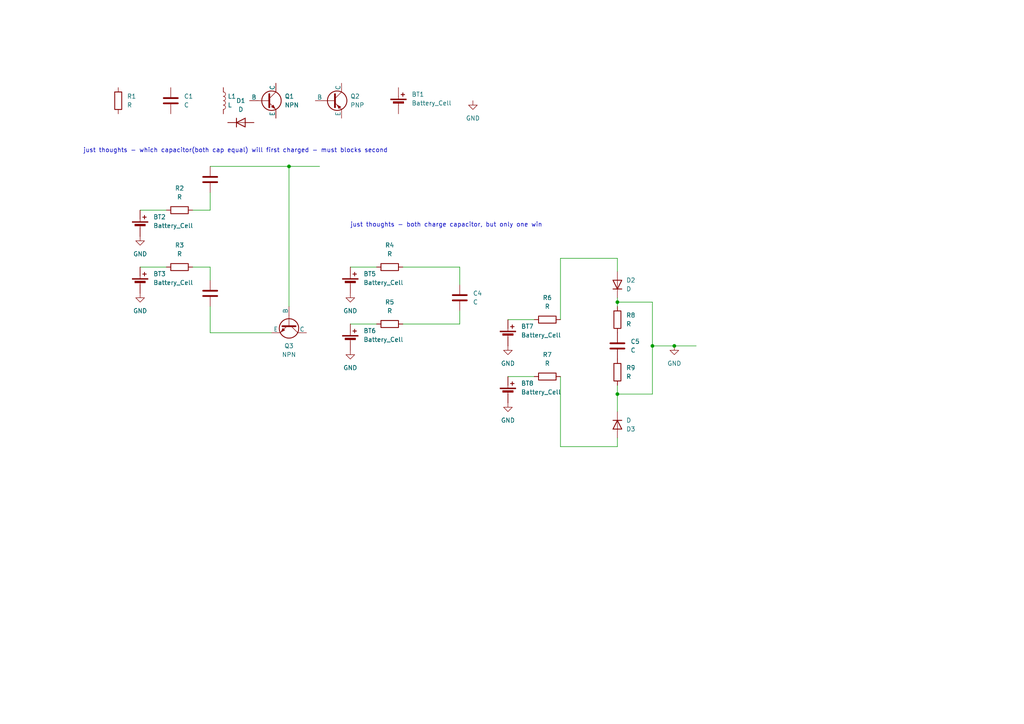
<source format=kicad_sch>
(kicad_sch (version 20230121) (generator eeschema)
  (paper "A4")
  (lib_symbols
    (symbol "Device:Battery_Cell" (pin_numbers hide) (pin_names (offset 0) hide)
      (property "Reference" "BT" (at 2.54 2.54 0))
      (property "Value" "Battery_Cell" (at 2.54 0 0))
      (symbol "Battery_Cell_0_1"
        (rectangle (start -2.286 1.778) (end 2.286 1.524) (fill (type outline)))
        (rectangle (start -1.524 1.016) (end 1.524 0.508) (fill (type outline)))
        (polyline (pts (xy 0 0.762) (xy 0 0)))
        (polyline (pts (xy 0 1.778) (xy 0 2.54)))
        (polyline (pts (xy 0.762 3.048) (xy 1.778 3.048)) (stroke (width 0.254)))
        (polyline (pts (xy 1.27 3.556) (xy 1.27 2.54)) (stroke (width 0.254)))
      )
      (symbol "Battery_Cell_1_1"
        (pin passive line (at 0 5.08 270) (length 2.54) (name "+") (number "1"))
        (pin passive line (at 0 -2.54 90) (length 2.54) (name "-") (number "2"))
      )
    )
    (symbol "Device:C" (pin_numbers hide) (pin_names (offset 0.254))
      (property "Reference" "C" (at 0.635 2.54 0))
      (property "Value" "C" (at 0.635 -2.54 0))
      (symbol "C_0_1"
        (polyline (pts (xy -2.032 -0.762) (xy 2.032 -0.762)) (stroke (width 0.508)))
        (polyline (pts (xy -2.032 0.762) (xy 2.032 0.762)) (stroke (width 0.508)))
      )
      (symbol "C_1_1"
        (pin passive line (at 0 3.81 270) (length 2.794) (name "~") (number "1"))
        (pin passive line (at 0 -3.81 90) (length 2.794) (name "~") (number "2"))
      )
    )
    (symbol "Device:D" (pin_numbers hide) (pin_names (offset 1.016) hide)
      (property "Reference" "D" (at 0 2.54 0))
      (property "Value" "D" (at 0 -2.54 0))
      (symbol "D_0_1"
        (polyline (pts (xy -1.27 1.27) (xy -1.27 -1.27)) (stroke (width 0.254)))
        (polyline (pts (xy 1.27 0) (xy -1.27 0)))
        (polyline (pts (xy 1.27 1.27) (xy 1.27 -1.27) (xy -1.27 0) (xy 1.27 1.27)) (stroke (width 0.254)))
      )
      (symbol "D_1_1"
        (pin passive line (at -3.81 0 0) (length 2.54) (name "K") (number "1"))
        (pin passive line (at 3.81 0 180) (length 2.54) (name "A") (number "2"))
      )
    )
    (symbol "Device:L" (pin_numbers hide) (pin_names (offset 1.016) hide)
      (property "Reference" "L" (at -1.27 0 90))
      (property "Value" "L" (at 1.905 0 90))
      (symbol "L_0_1"
        (arc (start 0 -2.54) (mid 0.6323 -1.905) (end 0 -1.27))
        (arc (start 0 -1.27) (mid 0.6323 -0.635) (end 0 0))
        (arc (start 0 0) (mid 0.6323 0.635) (end 0 1.27))
        (arc (start 0 1.27) (mid 0.6323 1.905) (end 0 2.54))
      )
      (symbol "L_1_1"
        (pin passive line (at 0 3.81 270) (length 1.27) (name "1") (number "1"))
        (pin passive line (at 0 -3.81 90) (length 1.27) (name "2") (number "2"))
      )
    )
    (symbol "Device:R" (pin_numbers hide) (pin_names (offset 0))
      (property "Reference" "R" (at 2.032 0 90))
      (property "Value" "R" (at 0 0 90))
      (symbol "R_0_1"
        (rectangle (start -1.016 -2.54) (end 1.016 2.54) (stroke (width 0.254)))
      )
      (symbol "R_1_1"
        (pin passive line (at 0 3.81 270) (length 1.27) (name "~") (number "1"))
        (pin passive line (at 0 -3.81 90) (length 1.27) (name "~") (number "2"))
      )
    )
    (symbol "Simulation_SPICE:NPN" (pin_numbers hide) (pin_names (offset 0))
      (property "Reference" "Q" (at -2.54 7.62 0))
      (property "Value" "NPN" (at -2.54 5.08 0))
      (symbol "NPN_0_1"
        (polyline (pts (xy -2.54 0) (xy 0.635 0)) (stroke (width 0.1524)))
        (polyline (pts (xy 0.635 0.635) (xy 2.54 2.54)))
        (polyline (pts (xy 2.794 -1.27) (xy 2.794 -1.27)) (stroke (width 0.1524)))
        (polyline (pts (xy 2.794 -1.27) (xy 2.794 -1.27)) (stroke (width 0.1524)))
        (polyline (pts (xy 0.635 -0.635) (xy 2.54 -2.54) (xy 2.54 -2.54)))
        (polyline (pts (xy 0.635 1.905) (xy 0.635 -1.905) (xy 0.635 -1.905)) (stroke (width 0.508)))
        (polyline (pts (xy 1.27 -1.778) (xy 1.778 -1.27) (xy 2.286 -2.286) (xy 1.27 -1.778) (xy 1.27 -1.778)) (fill (type outline)))
        (circle (center 1.27 0) (radius 2.8194) (stroke (width 0.254)))
      )
      (symbol "NPN_1_1"
        (pin open_collector line (at 2.54 5.08 270) (length 2.54) (name "C") (number "1"))
        (pin input line (at -5.08 0 0) (length 2.54) (name "B") (number "2"))
        (pin open_emitter line (at 2.54 -5.08 90) (length 2.54) (name "E") (number "3"))
      )
    )
    (symbol "Simulation_SPICE:PNP" (pin_numbers hide) (pin_names (offset 0))
      (property "Reference" "Q" (at -2.54 7.62 0))
      (property "Value" "PNP" (at -2.54 5.08 0))
      (symbol "PNP_0_1"
        (polyline (pts (xy -2.54 0) (xy 0.635 0)) (stroke (width 0.1524)))
        (polyline (pts (xy 0.635 0.635) (xy 2.54 2.54)))
        (polyline (pts (xy 0.635 -0.635) (xy 2.54 -2.54) (xy 2.54 -2.54)))
        (polyline (pts (xy 0.635 1.905) (xy 0.635 -1.905) (xy 0.635 -1.905)) (stroke (width 0.508)))
        (polyline (pts (xy 2.286 -1.778) (xy 1.778 -2.286) (xy 1.27 -1.27) (xy 2.286 -1.778) (xy 2.286 -1.778)) (fill (type outline)))
        (circle (center 1.27 0) (radius 2.8194) (stroke (width 0.254)))
      )
      (symbol "PNP_1_1"
        (pin open_collector line (at 2.54 5.08 270) (length 2.54) (name "C") (number "1"))
        (pin input line (at -5.08 0 0) (length 2.54) (name "B") (number "2"))
        (pin open_emitter line (at 2.54 -5.08 90) (length 2.54) (name "E") (number "3"))
      )
    )
    (symbol "power:GND" (power) (pin_names (offset 0))
      (property "Value" "GND" (at 0 -3.81 0))
      (symbol "GND_0_1"
        (polyline (pts (xy 0 0) (xy 0 -1.27) (xy 1.27 -1.27) (xy 0 -2.54) (xy -1.27 -1.27) (xy 0 -1.27)))
      )
      (symbol "GND_1_1"
        (pin power_in line (at 0 0 270) (length 0) hide (name "GND") (number "1"))
      )
    )
  )
  (junction (at 179.07 87.63))
  (junction (at 83.82 48.26))
  (junction (at 189.23 100.33))
  (junction (at 179.07 114.3))
  (junction (at 195.58 100.33))
  (wire (pts (xy 195.58 100.33) (xy 201.93 100.33)))
  (wire (pts (xy 60.96 55.88) (xy 60.96 60.96)))
  (wire (pts (xy 147.32 109.22) (xy 154.94 109.22)))
  (wire (pts (xy 162.56 109.22) (xy 162.56 129.54)))
  (wire (pts (xy 40.64 77.47) (xy 48.26 77.47)))
  (wire (pts (xy 162.56 74.93) (xy 179.07 74.93)))
  (wire (pts (xy 60.96 77.47) (xy 60.96 81.28)))
  (wire (pts (xy 189.23 114.3) (xy 179.07 114.3)))
  (wire (pts (xy 101.6 77.47) (xy 109.22 77.47)))
  (wire (pts (xy 189.23 87.63) (xy 189.23 100.33)))
  (wire (pts (xy 179.07 114.3) (xy 179.07 119.38)))
  (wire (pts (xy 179.07 129.54) (xy 179.07 127)))
  (wire (pts (xy 162.56 92.71) (xy 162.56 74.93)))
  (wire (pts (xy 179.07 74.93) (xy 179.07 78.74)))
  (wire (pts (xy 179.07 87.63) (xy 189.23 87.63)))
  (wire (pts (xy 147.32 92.71) (xy 154.94 92.71)))
  (wire (pts (xy 179.07 111.76) (xy 179.07 114.3)))
  (wire (pts (xy 60.96 88.9) (xy 60.96 96.52)))
  (wire (pts (xy 83.82 48.26) (xy 83.82 88.9)))
  (wire (pts (xy 133.35 77.47) (xy 133.35 82.55)))
  (wire (pts (xy 101.6 93.98) (xy 109.22 93.98)))
  (wire (pts (xy 60.96 96.52) (xy 78.74 96.52)))
  (wire (pts (xy 40.64 60.96) (xy 48.26 60.96)))
  (wire (pts (xy 189.23 100.33) (xy 195.58 100.33)))
  (wire (pts (xy 60.96 48.26) (xy 83.82 48.26)))
  (wire (pts (xy 179.07 86.36) (xy 179.07 87.63)))
  (wire (pts (xy 55.88 77.47) (xy 60.96 77.47)))
  (wire (pts (xy 55.88 60.96) (xy 60.96 60.96)))
  (wire (pts (xy 179.07 87.63) (xy 179.07 88.9)))
  (wire (pts (xy 133.35 90.17) (xy 133.35 93.98)))
  (wire (pts (xy 133.35 93.98) (xy 116.84 93.98)))
  (wire (pts (xy 116.84 77.47) (xy 133.35 77.47)))
  (wire (pts (xy 83.82 48.26) (xy 92.71 48.26)))
  (wire (pts (xy 189.23 100.33) (xy 189.23 114.3)))
  (wire (pts (xy 162.56 129.54) (xy 179.07 129.54)))
  (text "just thoughts - both charge capacitor, but only one win" (at 101.6 66.04 0) (effects (font (size 1.27 1.27)) (justify left bottom)))
  (text "just thoughts - which capacitor(both cap equal) will first charged - must blocks second" (at 24.13 44.45 0) (effects (font (size 1.27 1.27)) (justify left bottom)))
  (symbol (lib_id "power:GND") (at 147.32 100.33 0) (unit 1)
    (property "Reference" "#PWR06" (effects hide))
    (property "Value" "GND" (at 147.32 105.41 0))
  )
  (symbol (lib_id "Device:C") (at 49.53 29.21 0) (unit 1)
    (property "Reference" "C1" (at 53.34 27.94 0) (effects (justify left)))
    (property "Value" "C" (at 53.34 30.48 0) (effects (justify left)))
  )
  (symbol (lib_id "Device:R") (at 158.75 92.71 90) (unit 1)
    (property "Reference" "R6" (at 158.75 86.36 90))
    (property "Value" "R" (at 158.75 88.9 90))
  )
  (symbol (lib_id "Device:Battery_Cell") (at 101.6 82.55 0) (unit 1)
    (property "Reference" "BT5" (at 105.41 79.4385 0) (effects (justify left)))
    (property "Value" "Battery_Cell" (at 105.41 81.9785 0) (effects (justify left)))
  )
  (symbol (lib_id "Device:Battery_Cell") (at 40.64 66.04 0) (unit 1)
    (property "Reference" "BT2" (at 44.45 62.9285 0) (effects (justify left)))
    (property "Value" "Battery_Cell" (at 44.45 65.4685 0) (effects (justify left)))
  )
  (symbol (lib_id "Device:R") (at 34.29 29.21 0) (unit 1)
    (property "Reference" "R1" (at 36.83 27.94 0) (effects (justify left)))
    (property "Value" "R" (at 36.83 30.48 0) (effects (justify left)))
  )
  (symbol (lib_id "Device:C") (at 60.96 52.07 0) (unit 1)
    (property "Reference" "C2" (effects hide))
    (property "Value" "C" (effects hide))
  )
  (symbol (lib_id "Device:R") (at 113.03 77.47 90) (unit 1)
    (property "Reference" "R4" (at 113.03 71.12 90))
    (property "Value" "R" (at 113.03 73.66 90))
  )
  (symbol (lib_id "Device:Battery_Cell") (at 147.32 114.3 0) (unit 1)
    (property "Reference" "BT8" (at 151.13 111.1885 0) (effects (justify left)))
    (property "Value" "Battery_Cell" (at 151.13 113.7285 0) (effects (justify left)))
  )
  (symbol (lib_id "Device:C") (at 133.35 86.36 0) (unit 1)
    (property "Reference" "C4" (at 137.16 85.09 0) (effects (justify left)))
    (property "Value" "C" (at 137.16 87.63 0) (effects (justify left)))
  )
  (symbol (lib_id "Device:R") (at 179.07 107.95 180) (unit 1)
    (property "Reference" "R9" (at 181.61 106.68 0) (effects (justify right)))
    (property "Value" "R" (at 181.61 109.22 0) (effects (justify right)))
  )
  (symbol (lib_id "power:GND") (at 40.64 68.58 0) (unit 1)
    (property "Reference" "#PWR02" (effects hide))
    (property "Value" "GND" (at 40.64 73.66 0))
  )
  (symbol (lib_id "power:GND") (at 101.6 101.6 0) (unit 1)
    (property "Reference" "#PWR05" (effects hide))
    (property "Value" "GND" (at 101.6 106.68 0))
  )
  (symbol (lib_id "power:GND") (at 40.64 85.09 0) (unit 1)
    (property "Reference" "#PWR03" (effects hide))
    (property "Value" "GND" (at 40.64 90.17 0))
  )
  (symbol (lib_id "power:GND") (at 195.58 100.33 0) (unit 1)
    (property "Reference" "#PWR08" (effects hide))
    (property "Value" "GND" (at 195.58 105.41 0))
  )
  (symbol (lib_id "power:GND") (at 101.6 85.09 0) (unit 1)
    (property "Reference" "#PWR04" (effects hide))
    (property "Value" "GND" (at 101.6 90.17 0))
  )
  (symbol (lib_id "Device:Battery_Cell") (at 40.64 82.55 0) (unit 1)
    (property "Reference" "BT3" (at 44.45 79.4385 0) (effects (justify left)))
    (property "Value" "Battery_Cell" (at 44.45 81.9785 0) (effects (justify left)))
  )
  (symbol (lib_id "Device:R") (at 158.75 109.22 90) (unit 1)
    (property "Reference" "R7" (at 158.75 102.87 90))
    (property "Value" "R" (at 158.75 105.41 90))
  )
  (symbol (lib_id "Device:R") (at 179.07 92.71 180) (unit 1)
    (property "Reference" "R8" (at 181.61 91.44 0) (effects (justify right)))
    (property "Value" "R" (at 181.61 93.98 0) (effects (justify right)))
  )
  (symbol (lib_id "Device:D") (at 179.07 82.55 90) (unit 1)
    (property "Reference" "D2" (at 181.61 81.28 90) (effects (justify right)))
    (property "Value" "D" (at 181.61 83.82 90) (effects (justify right)))
    (property "Sim.Device" "D" (effects hide))
    (property "Sim.Pins" "1=K 2=A" (effects hide))
  )
  (symbol (lib_id "Device:D") (at 179.07 123.19 90) (mirror x) (unit 1)
    (property "Reference" "D3" (at 181.61 124.46 90) (effects (justify right)))
    (property "Value" "D" (at 181.61 121.92 90) (effects (justify right)))
    (property "Sim.Device" "D" (effects hide))
    (property "Sim.Pins" "1=K 2=A" (effects hide))
  )
  (symbol (lib_id "Device:Battery_Cell") (at 147.32 97.79 0) (unit 1)
    (property "Reference" "BT7" (at 151.13 94.6785 0) (effects (justify left)))
    (property "Value" "Battery_Cell" (at 151.13 97.2185 0) (effects (justify left)))
  )
  (symbol (lib_id "Device:D") (at 69.85 35.56 0) (unit 1)
    (property "Reference" "D1" (at 69.85 29.21 0))
    (property "Value" "D" (at 69.85 31.75 0))
    (property "Sim.Device" "D" (effects hide))
    (property "Sim.Pins" "1=K 2=A" (effects hide))
  )
  (symbol (lib_id "Device:C") (at 60.96 85.09 0) (unit 1)
    (property "Reference" "C3" (effects hide))
    (property "Value" "C" (effects hide))
  )
  (symbol (lib_id "Simulation_SPICE:NPN") (at 77.47 29.21 0) (unit 1)
    (property "Reference" "Q1" (at 82.55 27.94 0) (effects (justify left)))
    (property "Value" "NPN" (at 82.55 30.48 0) (effects (justify left)))
    (property "Sim.Device" "NPN" (effects hide))
    (property "Sim.Type" "GUMMELPOON" (effects hide))
    (property "Sim.Pins" "1=C 2=B 3=E" (effects hide))
  )
  (symbol (lib_id "Device:R") (at 52.07 60.96 90) (unit 1)
    (property "Reference" "R2" (at 52.07 54.61 90))
    (property "Value" "R" (at 52.07 57.15 90))
  )
  (symbol (lib_id "power:GND") (at 137.16 29.21 0) (unit 1)
    (property "Reference" "#PWR01" (effects hide))
    (property "Value" "GND" (at 137.16 34.29 0))
  )
  (symbol (lib_id "Device:C") (at 179.07 100.33 0) (unit 1)
    (property "Reference" "C5" (at 182.88 99.06 0) (effects (justify left)))
    (property "Value" "C" (at 182.88 101.6 0) (effects (justify left)))
  )
  (symbol (lib_id "Simulation_SPICE:NPN") (at 83.82 93.98 270) (unit 1)
    (property "Reference" "Q3" (at 83.82 100.33 90))
    (property "Value" "NPN" (at 83.82 102.87 90))
    (property "Sim.Device" "NPN" (effects hide))
    (property "Sim.Type" "GUMMELPOON" (effects hide))
    (property "Sim.Pins" "1=C 2=B 3=E" (effects hide))
  )
  (symbol (lib_id "Device:Battery_Cell") (at 101.6 99.06 0) (unit 1)
    (property "Reference" "BT6" (at 105.41 95.9485 0) (effects (justify left)))
    (property "Value" "Battery_Cell" (at 105.41 98.4885 0) (effects (justify left)))
  )
  (symbol (lib_id "Simulation_SPICE:PNP") (at 96.52 29.21 0) (unit 1)
    (property "Reference" "Q2" (at 101.6 27.94 0) (effects (justify left)))
    (property "Value" "PNP" (at 101.6 30.48 0) (effects (justify left)))
    (property "Sim.Device" "PNP" (effects hide))
    (property "Sim.Type" "GUMMELPOON" (effects hide))
    (property "Sim.Pins" "1=C 2=B 3=E" (effects hide))
  )
  (symbol (lib_id "Device:L") (at 64.77 29.21 0) (unit 1)
    (property "Reference" "L1" (at 66.04 27.94 0) (effects (justify left)))
    (property "Value" "L" (at 66.04 30.48 0) (effects (justify left)))
  )
  (symbol (lib_id "power:GND") (at 147.32 116.84 0) (unit 1)
    (property "Reference" "#PWR07" (effects hide))
    (property "Value" "GND" (at 147.32 121.92 0))
  )
  (symbol (lib_id "Device:R") (at 113.03 93.98 90) (unit 1)
    (property "Reference" "R5" (at 113.03 87.63 90))
    (property "Value" "R" (at 113.03 90.17 90))
  )
  (symbol (lib_id "Device:R") (at 52.07 77.47 90) (unit 1)
    (property "Reference" "R3" (at 52.07 71.12 90))
    (property "Value" "R" (at 52.07 73.66 90))
  )
  (symbol (lib_id "Device:Battery_Cell") (at 115.57 30.48 0) (unit 1)
    (property "Reference" "BT1" (at 119.38 27.3685 0) (effects (justify left)))
    (property "Value" "Battery_Cell" (at 119.38 29.9085 0) (effects (justify left)))
  )
)
</source>
